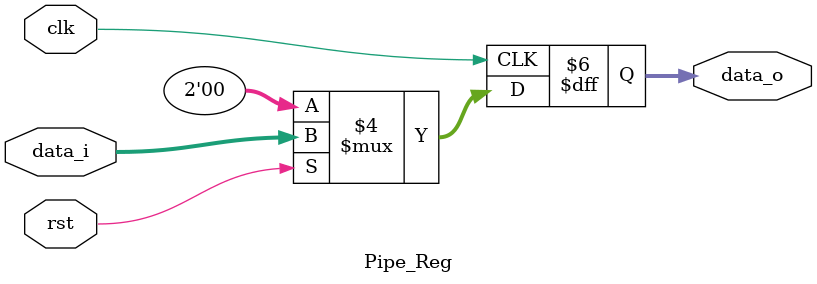
<source format=v>
module Pipe_Reg (
    input clk,
    input rst,
    input [size-1:0] data_i,
    output reg [size-1:0] data_o
);

parameter size = 0;
always @(posedge clk) begin
    if(~rst)
        data_o <= 0;
    else
	    data_o <= data_i;
end

endmodule

</source>
